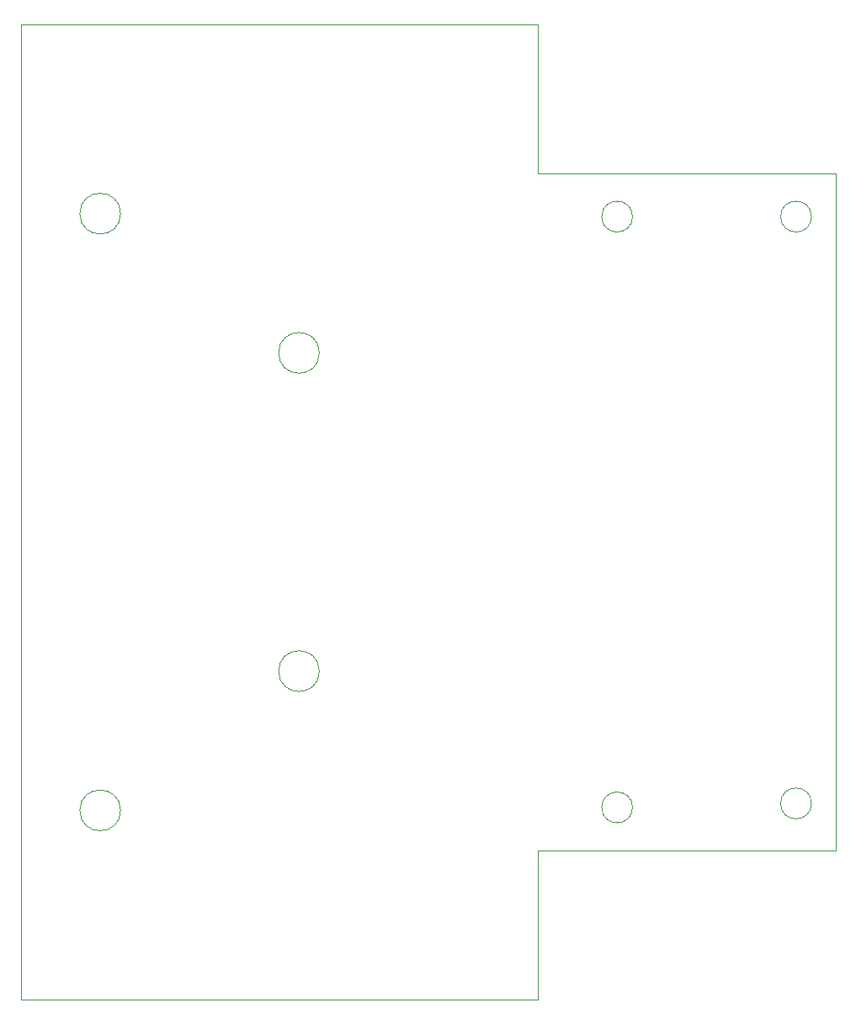
<source format=gbr>
%TF.GenerationSoftware,KiCad,Pcbnew,8.0.2*%
%TF.CreationDate,2024-10-05T18:09:16+02:00*%
%TF.ProjectId,CalkaBot_PCB,43616c6b-6142-46f7-945f-5043422e6b69,rev?*%
%TF.SameCoordinates,Original*%
%TF.FileFunction,Profile,NP*%
%FSLAX46Y46*%
G04 Gerber Fmt 4.6, Leading zero omitted, Abs format (unit mm)*
G04 Created by KiCad (PCBNEW 8.0.2) date 2024-10-05 18:09:16*
%MOMM*%
%LPD*%
G01*
G04 APERTURE LIST*
%TA.AperFunction,Profile*%
%ADD10C,0.050000*%
%TD*%
G04 APERTURE END LIST*
D10*
X81550000Y-38300000D02*
G75*
G02*
X78450000Y-38300000I-1550000J0D01*
G01*
X78450000Y-38300000D02*
G75*
G02*
X81550000Y-38300000I1550000J0D01*
G01*
X102000000Y-102000000D02*
X72000000Y-102000000D01*
X72000000Y-19000000D02*
X20000000Y-19000000D01*
X99550000Y-97300000D02*
G75*
G02*
X96450000Y-97300000I-1550000J0D01*
G01*
X96450000Y-97300000D02*
G75*
G02*
X99550000Y-97300000I1550000J0D01*
G01*
X81550000Y-97700000D02*
G75*
G02*
X78450000Y-97700000I-1550000J0D01*
G01*
X78450000Y-97700000D02*
G75*
G02*
X81550000Y-97700000I1550000J0D01*
G01*
X30050000Y-38000000D02*
G75*
G02*
X25950000Y-38000000I-2050000J0D01*
G01*
X25950000Y-38000000D02*
G75*
G02*
X30050000Y-38000000I2050000J0D01*
G01*
X102000000Y-34000000D02*
X102000000Y-102000000D01*
X30050000Y-98000000D02*
G75*
G02*
X25950000Y-98000000I-2050000J0D01*
G01*
X25950000Y-98000000D02*
G75*
G02*
X30050000Y-98000000I2050000J0D01*
G01*
X20000000Y-117000000D02*
X20000000Y-19000000D01*
X99550000Y-38300000D02*
G75*
G02*
X96450000Y-38300000I-1550000J0D01*
G01*
X96450000Y-38300000D02*
G75*
G02*
X99550000Y-38300000I1550000J0D01*
G01*
X50050000Y-84000000D02*
G75*
G02*
X45950000Y-84000000I-2050000J0D01*
G01*
X45950000Y-84000000D02*
G75*
G02*
X50050000Y-84000000I2050000J0D01*
G01*
X50050000Y-52000000D02*
G75*
G02*
X45950000Y-52000000I-2050000J0D01*
G01*
X45950000Y-52000000D02*
G75*
G02*
X50050000Y-52000000I2050000J0D01*
G01*
X20000000Y-117000000D02*
X72000000Y-117000000D01*
X102000000Y-34000000D02*
X72000000Y-34000000D01*
X72000000Y-102000000D02*
X72000000Y-117000000D01*
X72000000Y-19000000D02*
X72000000Y-34000000D01*
M02*

</source>
